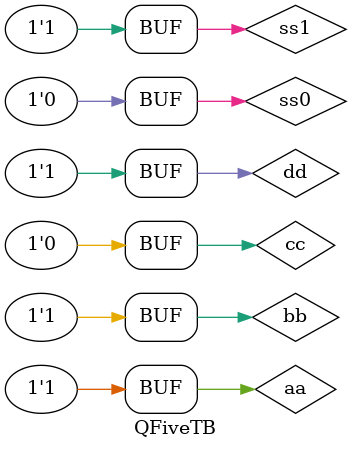
<source format=sv>
`timescale 1ns/1ns
module QFiveTB();
reg aa,bb,cc,dd,ss1,ss0;
wire ww1,ww2;
fourOneMUX UUT1(.a(aa),.b(bb),.c(cc),.d(dd),.s1(ss1),.s0(ss0),.w(ww1));
QuesFourMUX UUT2(.a(aa),.b(bb),.c(cc),.d(dd),.s1(ss1),.s0(ss0),.w(ww2));
initial begin
#100 ss1=0; ss0=0; aa=1; bb=0; cc=0; dd=0;
#100 ss1=0; ss0=1; aa=0; bb=1; cc=0; dd=0;
#100 ss1=1; ss0=1; aa=0; bb=0; cc=0; dd=1;
#100 ss1=1; ss0=0; aa=0; bb=0; cc=1; dd=0;

#100 ss1=0; ss0=0; aa=0; bb=1; cc=1; dd=1;
#100 ss1=0; ss0=1; aa=1; bb=0; cc=1; dd=1;
#100 ss1=1; ss0=1; aa=1; bb=1; cc=1; dd=0;
#100 ss1=1; ss0=0; aa=1; bb=1; cc=0; dd=1;

end
endmodule

</source>
